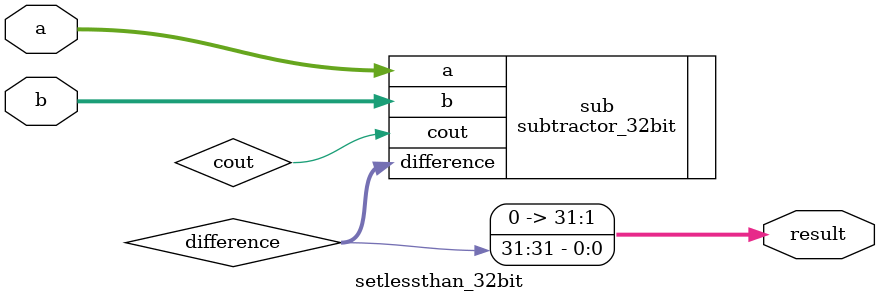
<source format=v>

module setlessthan_32bit(
    input [31:0] a, // 32-bit input a
    input [31:0] b, // 32-bit input b
    output [31:0] result // 32-bit output result (1 if a < b, else 0)
);
    wire [31:0] difference; // Wire to hold the difference of a and b
    wire cout; // Carry out from the subtraction operation
    
    // 32-bit Subtractor Module
    // We will use a 32-bit subtractor to find a - b
    subtractor_32bit sub(
        .a(a), // 32-bit input a
        .b(b), // 32-bit input b
        .difference(difference), // 32-bit output difference (a - b)
        .cout(cout) // Carry out (not used here, but included for completeness)
    );
    
    // The result is 1 if a < b, which is indicated by the sign bit of the difference
    // If the sign bit of the difference is 1, it means a < b
    assign result = {31'b0, difference[31]};
endmodule
</source>
